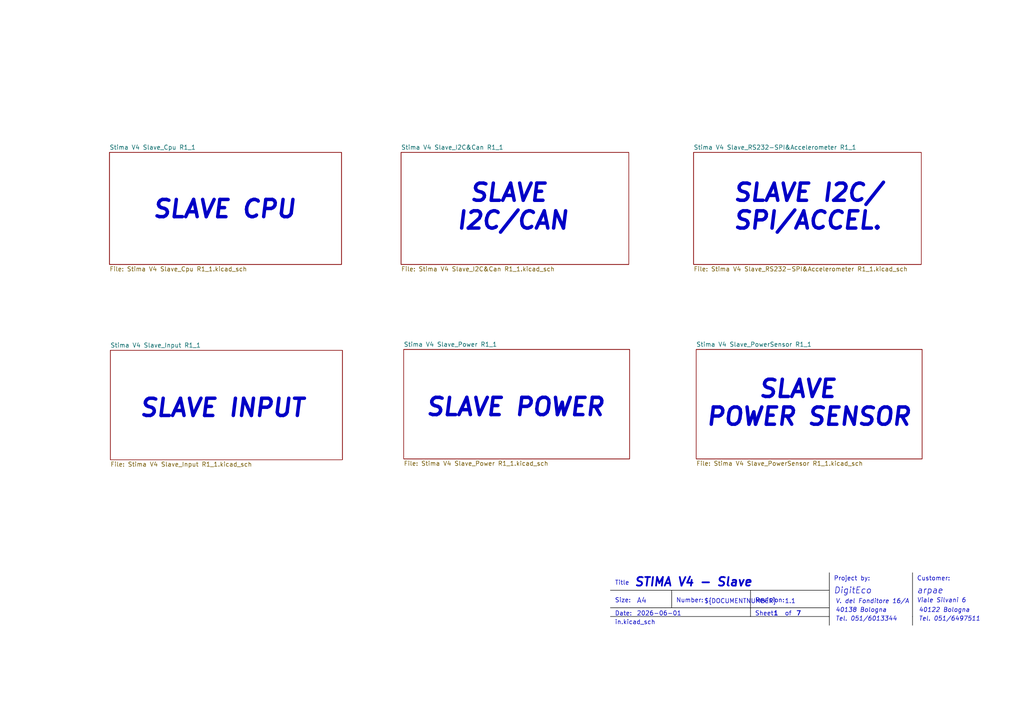
<source format=kicad_sch>
(kicad_sch (version 20230121) (generator eeschema)
  (paper "A4")
  (lib_symbols)
  (polyline (pts (xy 177.038 171.196) (xy 240.538 171.196)) (stroke (width 0) (type solid) (color 0 0 0 1)))
  (polyline (pts (xy 240.538 166.116) (xy 240.538 178.816)) (stroke (width 0) (type solid) (color 0 0 0 1)))
  (polyline (pts (xy 217.678 171.196) (xy 217.678 178.816)) (stroke (width 0) (type solid) (color 0 0 0 1)))
  (polyline (pts (xy 264.668 178.816) (xy 264.668 181.356)) (stroke (width 0) (type solid) (color 0 0 0 1)))
  (polyline (pts (xy 194.818 171.196) (xy 194.818 176.276)) (stroke (width 0) (type solid) (color 0 0 0 1)))
  (polyline (pts (xy 177.038 176.276) (xy 240.538 176.276)) (stroke (width 0) (type solid) (color 0 0 0 1)))
  (polyline (pts (xy 177.038 178.816) (xy 240.538 178.816) (xy 240.538 181.356)) (stroke (width 0) (type solid) (color 0 0 0 1)))
  (polyline (pts (xy 264.668 166.116) (xy 264.668 166.116) (xy 264.668 178.816)) (stroke (width 0) (type solid) (color 0 0 0 1)))
  (text "Tel. 051/6013344" (at 242.316 180.34 0) (effects (font (size 1.27 1.27) italic) (justify left bottom)))
  (text "1.1" (at 227.584 175.26 0) (effects (font (size 1.27 1.27)) (justify left bottom)))
  (text "SLAVE CPU" (at 43.942 63.754 0) (effects (font (size 5 5) (thickness 1) bold italic) (justify left bottom)))
  (text "Project by:" (at 241.808 168.656 0) (effects (font (size 1.27 1.27)) (justify left bottom)))
  (text "${#}" (at 224.282 178.816 0) (effects (font (size 1.27 1.27) bold) (justify left bottom)))
  (text "${TITLE}" (at 184.15 170.18 0) (effects (font (size 1.905 1.905) bold italic) (justify left bottom)))
  (text "${CURRENT_DATE}" (at 184.658 178.816 0) (effects (font (size 1.27 1.27)) (justify left bottom)))
  (text "Viale Silvani 6" (at 265.938 175.006 0) (effects (font (size 1.27 1.27) italic) (justify left bottom)))
  (text "DigitEco" (at 241.808 172.466 0) (effects (font (size 1.778 1.778) italic) (justify left bottom)))
  (text "${FILENAME}" (at 178.308 181.356 0) (effects (font (size 1.27 1.27)) (justify left bottom)))
  (text "    SLAVE\nPOWER SENSOR" (at 204.47 123.952 0) (effects (font (size 5 5) bold italic) (justify left bottom)))
  (text "${##}" (at 230.886 178.816 0) (effects (font (size 1.27 1.27) bold) (justify left bottom)))
  (text "${DOCUMENTNUMBER}" (at 204.216 175.26 0) (effects (font (size 1.27 1.27)) (justify left bottom)))
  (text "STIMA V4 - Slave" (at 183.896 170.434 0) (effects (font (size 2.5 2.5) (thickness 0.5) bold italic) (justify left bottom)))
  (text "Size:" (at 178.308 175.006 0) (effects (font (size 1.27 1.27)) (justify left bottom)))
  (text "A4" (at 184.658 175.26 0) (effects (font (size 1.524 1.524)) (justify left bottom)))
  (text "" (at 184.658 181.356 0) (effects (font (size 1.27 1.27)) (justify left bottom)))
  (text "of" (at 227.584 178.816 0) (effects (font (size 1.27 1.27)) (justify left bottom)))
  (text "Number:" (at 196.088 175.006 0) (effects (font (size 1.27 1.27)) (justify left bottom)))
  (text " SLAVE\nI2C/CAN" (at 132.08 67.056 0) (effects (font (size 5 5) (thickness 1) bold italic) (justify left bottom)))
  (text "Sheet" (at 218.948 178.816 0) (effects (font (size 1.27 1.27)) (justify left bottom)))
  (text "V. del Fonditore 16/A" (at 242.316 175.26 0) (effects (font (size 1.27 1.27) italic) (justify left bottom)))
  (text "Customer:" (at 265.938 168.656 0) (effects (font (size 1.27 1.27)) (justify left bottom)))
  (text "arpae" (at 265.938 172.466 0) (effects (font (size 1.778 1.778) italic) (justify left bottom)))
  (text "40138 Bologna" (at 242.316 177.8 0) (effects (font (size 1.27 1.27) italic) (justify left bottom)))
  (text "Date:" (at 178.308 178.816 0) (effects (font (size 1.27 1.27)) (justify left bottom)))
  (text "Title" (at 178.308 169.926 0) (effects (font (size 1.27 1.27)) (justify left bottom)))
  (text "Revision:" (at 218.948 175.006 0) (effects (font (size 1.27 1.27)) (justify left bottom)))
  (text "Tel. 051/6497511" (at 266.446 180.34 0) (effects (font (size 1.27 1.27) italic) (justify left bottom)))
  (text "SLAVE POWER" (at 123.19 121.158 0) (effects (font (size 5 5) bold italic) (justify left bottom)))
  (text "SLAVE INPUT" (at 40.132 121.412 0) (effects (font (size 5 5) (thickness 1) bold italic) (justify left bottom)))
  (text "SLAVE I2C/\nSPI/ACCEL." (at 212.344 67.056 0) (effects (font (size 5 5) (thickness 1) bold italic) (justify left bottom)))
  (text "40122 Bologna" (at 266.446 177.8 0) (effects (font (size 1.27 1.27) italic) (justify left bottom)))
  (sheet (at 32.004 101.6) (size 67.31 31.75) (stroke (width 0.1524))
    (property "Sheetname" "Stima V4 Slave_Input R1_1" (at 32.004 100.8884 0) (effects (justify left bottom)))
    (property "Sheetfile" "Stima V4 Slave_Input R1_1.kicad_sch" (at 32.004 133.9346 0) (effects (justify left top)))
  )
  (sheet (at 201.168 44.196) (size 66.04 32.512) (stroke (width 0.1524))
    (property "Sheetname" "Stima V4 Slave_RS232-SPI&Accelerometer R1_1" (at 201.168 43.4844 0) (effects (justify left bottom)))
    (property "Sheetfile" "Stima V4 Slave_RS232-SPI&Accelerometer R1_1.kicad_sch" (at 201.168 77.2926 0) (effects (justify left top)))
  )
  (sheet (at 116.332 44.196) (size 66.04 32.512) (stroke (width 0.1524))
    (property "Sheetname" "Stima V4 Slave_I2C&Can R1_1" (at 116.332 43.4844 0) (effects (justify left bottom)))
    (property "Sheetfile" "Stima V4 Slave_I2C&Can R1_1.kicad_sch" (at 116.332 77.2926 0) (effects (justify left top)))
  )
  (sheet (at 117.094 101.346) (size 65.532 31.75) (stroke (width 0.1524))
    (property "Sheetname" "Stima V4 Slave_Power R1_1" (at 117.094 100.6344 0) (effects (justify left bottom)))
    (property "Sheetfile" "Stima V4 Slave_Power R1_1.kicad_sch" (at 117.094 133.6806 0) (effects (justify left top)))
  )
  (sheet (at 201.93 101.346) (size 65.532 31.75) (stroke (width 0.1524))
    (property "Sheetname" "Stima V4 Slave_PowerSensor R1_1" (at 201.93 100.6344 0) (effects (justify left bottom)))
    (property "Sheetfile" "Stima V4 Slave_PowerSensor R1_1.kicad_sch" (at 201.93 133.6806 0) (effects (justify left top)))
  )
  (sheet (at 31.75 44.196) (size 67.31 32.512) (stroke (width 0.1524))
    (property "Sheetname" "Stima V4 Slave_Cpu R1_1" (at 31.75 43.4844 0) (effects (justify left bottom)))
    (property "Sheetfile" "Stima V4 Slave_Cpu R1_1.kicad_sch" (at 31.75 77.2926 0) (effects (justify left top)))
  )
)
</source>
